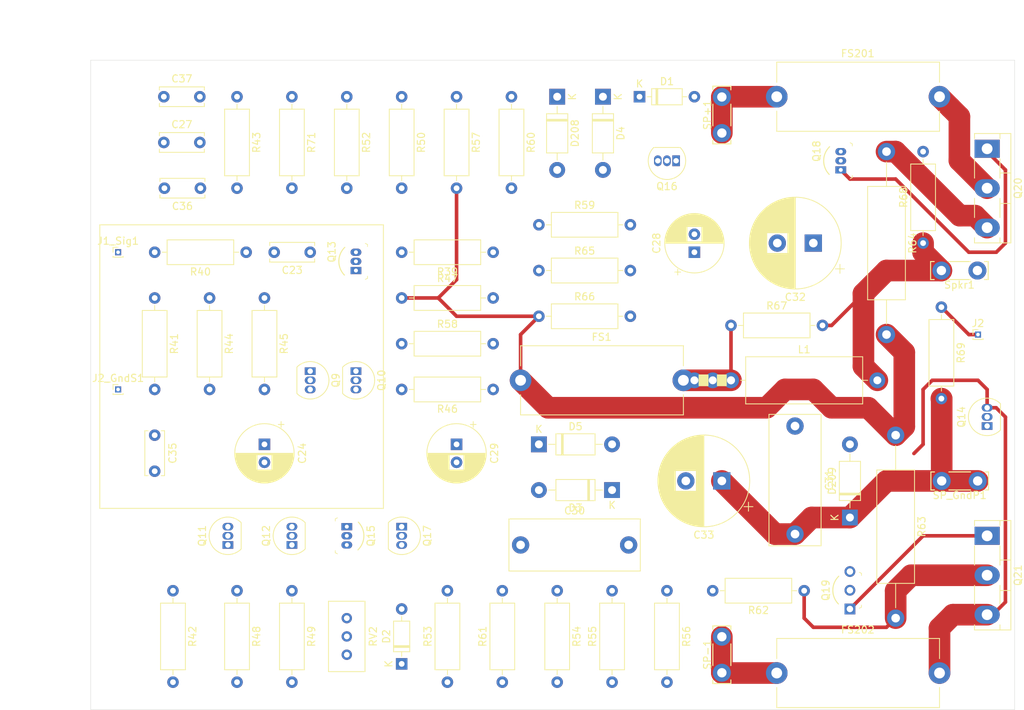
<source format=kicad_pcb>
(kicad_pcb (version 20171130) (host pcbnew 5.1.5-1.fc31)
  (layers (0 F.Cu signal) (31 B.Cu signal) (34 B.Paste user) (35 F.Paste user) (36 B.SilkS user) (37 F.SilkS user) (38 B.Mask user) (39 F.Mask user) (44 Edge.Cuts user))
  (net 0 "")
  (net 1 "Net-(C23-Pad1)")
  (net 2 "Net-(C24-Pad2)")
  (net 3 "Net-(C27-Pad1)")
  (net 4 "Net-(C28-Pad1)")
  (net 5 "Net-(C28-Pad2)")
  (net 6 "Net-(C29-Pad2)")
  (net 7 "Net-(C30-Pad1)")
  (net 8 "Net-(C30-Pad2)")
  (net 9 "Net-(C31-Pad1)")
  (net 10 "Net-(C36-Pad2)")
  (net 11 "Net-(C36-Pad1)")
  (net 12 "Net-(D1-Pad1)")
  (net 13 "Net-(D2-Pad1)")
  (net 14 "Net-(D2-Pad2)")
  (net 15 "Net-(J2-Pad1)")
  (net 16 "Net-(Q10-Pad3)")
  (net 17 "Net-(Q10-Pad2)")
  (net 18 "Net-(Q11-Pad2)")
  (net 19 "Net-(Q11-Pad3)")
  (net 20 "Net-(Q14-Pad2)")
  (net 21 "Net-(Q14-Pad1)")
  (net 22 "Net-(Q16-Pad2)")
  (net 23 "Net-(Q17-Pad2)")
  (net 24 "Net-(Q18-Pad1)")
  (net 25 "Net-(Q20-Pad3)")
  (net 26 "Net-(R39-Pad1)")
  (net 27 "Net-(R49-Pad2)")
  (net 28 "Net-(Q19-Pad1)")
  (net 29 GNDS)
  (net 30 GNDPWR)
  (net 31 "Net-(C32-Pad1)")
  (net 32 "Net-(C33-Pad2)")
  (net 33 "Net-(FS1-Pad2)")
  (net 34 "Net-(Q13-Pad3)")
  (net 35 "Net-(J1_Sig1-Pad1)")
  (net 36 "Net-(L1-Pad2)")
  (net 37 "Net-(FS201-Pad1)")
  (net 38 "Net-(FS202-Pad1)")
  (module digikey-footprints:TO-92-3 (layer F.Cu) (at 125.73 80.01 90)
    (fp_text reference Q13 (at 2.6 -3.35 90) (layer F.SilkS))
    (fp_text value ZTX753)
    (pad 2 thru_hole oval (at 1.27 0 270) (size 1 1.5) (drill 0.55) (layers *.Cu *.Mask) (net 10 "Net-(C36-Pad2)"))
    (pad 3 thru_hole oval (at 2.54 0 270) (size 1 1.5) (drill 0.55) (layers *.Cu *.Mask) (net 34 "Net-(Q13-Pad3)"))
    (pad 1 thru_hole rect (at 0 0 270) (size 1 1.5) (drill 0.55) (layers *.Cu *.Mask) (net 3 "Net-(C27-Pad1)"))
  )
  (module digikey-footprints:TO-92-3 (layer F.Cu) (at 124.46 115.57 270)
    (fp_text reference Q15 (at 1.27 -3.35 90) (layer F.SilkS))
    (fp_text value ZTX653)
    (pad 1 thru_hole rect (at 0 0 90) (size 1 1.5) (drill 0.55) (layers *.Cu *.Mask) (net 20 "Net-(Q14-Pad2)"))
    (pad 3 thru_hole oval (at 2.54 0 90) (size 1 1.5) (drill 0.55) (layers *.Cu *.Mask) (net 13 "Net-(D2-Pad1)"))
    (pad 2 thru_hole oval (at 1.27 0 90) (size 1 1.5) (drill 0.55) (layers *.Cu *.Mask) (net 21 "Net-(Q14-Pad1)"))
  )
  (module digikey-footprints:TO-92-3 (layer F.Cu) (at 193.04 66.04 90)
    (fp_text reference Q18 (at 2.6 -3.35 90) (layer F.SilkS))
    (fp_text value ZTX653)
    (pad 1 thru_hole rect (at 0 0 270) (size 1 1.5) (drill 0.55) (layers *.Cu *.Mask) (net 24 "Net-(Q18-Pad1)"))
    (pad 3 thru_hole oval (at 2.54 0 270) (size 1 1.5) (drill 0.55) (layers *.Cu *.Mask) (net 31 "Net-(C32-Pad1)"))
    (pad 2 thru_hole oval (at 1.27 0 270) (size 1 1.5) (drill 0.55) (layers *.Cu *.Mask) (net 3 "Net-(C27-Pad1)"))
  )
  (module MountingHole:MountingHole_3.5mm (layer F.Cu) (at 213.36 54.61)
    (fp_text reference H4 hide)
    (fp_text value MountingHole hide)
    (pad 1 np_thru_hole circle (at 0 0) (size 3.5 3.5) (drill 3.5) (layers *.Cu *.Mask))
  )
  (module MountingHole:MountingHole_3.5mm (layer F.Cu) (at 213.36 137.16)
    (fp_text reference H3 hide)
    (fp_text value MountingHole hide)
    (pad 1 np_thru_hole circle (at 0 0) (size 3.5 3.5) (drill 3.5) (layers *.Cu *.Mask))
  )
  (module MountingHole:MountingHole_3.5mm (layer F.Cu) (at 92.71 137.16)
    (fp_text reference H2 hide)
    (fp_text value MountingHole hide)
    (pad 1 np_thru_hole circle (at 0 0) (size 3.5 3.5) (drill 3.5) (layers *.Cu *.Mask))
  )
  (module MountingHole:MountingHole_3.5mm (layer F.Cu) (at 92.71 54.61)
    (fp_text reference H1 hide)
    (fp_text value MountingHole hide)
    (pad 1 np_thru_hole circle (at 0 0) (size 3.5 3.5) (drill 3.5) (layers *.Cu *.Mask))
  )
  (module Capacitor_THT:C_Disc_D6.0mm_W2.5mm_P5.00mm (layer F.Cu) (at 119.38 77.47 180)
    (fp_text reference C23 (at 2.5 -2.5) (layer F.SilkS))
    (fp_text value 470p)
    (pad 2 thru_hole circle (at 5 0 180) (size 1.6 1.6) (drill 0.8) (layers *.Cu *.Mask) (net 29 GNDS))
    (pad 1 thru_hole circle (at 0 0 180) (size 1.6 1.6) (drill 0.8) (layers *.Cu *.Mask) (net 1 "Net-(C23-Pad1)"))
  )
  (module Capacitor_THT:CP_Radial_D8.0mm_P2.50mm (layer F.Cu) (at 113.03 104.14 270)
    (fp_text reference C24 (at 1.25 -5.25 90) (layer F.SilkS))
    (fp_text value "47uF 10v")
    (pad 2 thru_hole circle (at 2.5 0 270) (size 1.6 1.6) (drill 0.8) (layers *.Cu *.Mask) (net 2 "Net-(C24-Pad2)"))
    (pad 1 thru_hole rect (at 0 0 270) (size 1.6 1.6) (drill 0.8) (layers *.Cu *.Mask) (net 29 GNDS))
  )
  (module Capacitor_THT:C_Disc_D6.0mm_W2.5mm_P5.00mm (layer F.Cu) (at 99.06 62.23)
    (fp_text reference C27 (at 2.5 -2.5) (layer F.SilkS))
    (fp_text value 470p)
    (pad 1 thru_hole circle (at 0 0) (size 1.6 1.6) (drill 0.8) (layers *.Cu *.Mask) (net 3 "Net-(C27-Pad1)"))
    (pad 2 thru_hole circle (at 5 0) (size 1.6 1.6) (drill 0.8) (layers *.Cu *.Mask) (net 30 GNDPWR))
  )
  (module Capacitor_THT:CP_Radial_D8.0mm_P2.50mm (layer F.Cu) (at 172.72 77.47 90)
    (fp_text reference C28 (at 1.25 -5.25 90) (layer F.SilkS))
    (fp_text value 47uF/10v)
    (pad 1 thru_hole rect (at 0 0 90) (size 1.6 1.6) (drill 0.8) (layers *.Cu *.Mask) (net 4 "Net-(C28-Pad1)"))
    (pad 2 thru_hole circle (at 2.5 0 90) (size 1.6 1.6) (drill 0.8) (layers *.Cu *.Mask) (net 5 "Net-(C28-Pad2)"))
  )
  (module Capacitor_THT:CP_Radial_D8.0mm_P2.50mm (layer F.Cu) (at 139.7 104.14 270)
    (fp_text reference C29 (at 1.25 -5.25 90) (layer F.SilkS))
    (fp_text value 47uF/10v)
    (pad 1 thru_hole rect (at 0 0 270) (size 1.6 1.6) (drill 0.8) (layers *.Cu *.Mask) (net 5 "Net-(C28-Pad2)"))
    (pad 2 thru_hole circle (at 2.5 0 270) (size 1.6 1.6) (drill 0.8) (layers *.Cu *.Mask) (net 6 "Net-(C29-Pad2)"))
  )
  (module Capacitor_THT:C_Rect_L18.0mm_W7.0mm_P15.00mm_FKS3_FKP3 (layer F.Cu) (at 148.59 118.11)
    (fp_text reference C30 (at 7.5 -4.75) (layer F.SilkS))
    (fp_text value 100n)
    (pad 1 thru_hole circle (at 0 0) (size 2.4 2.4) (drill 1.2) (layers *.Cu *.Mask) (net 7 "Net-(C30-Pad1)"))
    (pad 2 thru_hole circle (at 15 0) (size 2.4 2.4) (drill 1.2) (layers *.Cu *.Mask) (net 8 "Net-(C30-Pad2)"))
  )
  (module Capacitor_THT:C_Rect_L18.0mm_W7.0mm_P15.00mm_FKS3_FKP3 (layer F.Cu) (at 186.69 101.6 270)
    (fp_text reference C31 (at 7.5 -4.75 90) (layer F.SilkS))
    (fp_text value 100n)
    (pad 2 thru_hole circle (at 15 0 270) (size 2.4 2.4) (drill 1.2) (layers *.Cu *.Mask) (net 30 GNDPWR))
    (pad 1 thru_hole circle (at 0 0 270) (size 2.4 2.4) (drill 1.2) (layers *.Cu *.Mask) (net 9 "Net-(C31-Pad1)"))
  )
  (module Capacitor_THT:CP_Radial_D12.5mm_P5.00mm (layer F.Cu) (at 189.23 76.2 180)
    (fp_text reference C32 (at 2.5 -7.5) (layer F.SilkS))
    (fp_text value 22uF/63v)
    (pad 2 thru_hole circle (at 5 0 180) (size 2.4 2.4) (drill 1.2) (layers *.Cu *.Mask) (net 30 GNDPWR))
    (pad 1 thru_hole rect (at 0 0 180) (size 2.4 2.4) (drill 1.2) (layers *.Cu *.Mask) (net 31 "Net-(C32-Pad1)"))
  )
  (module Capacitor_THT:CP_Radial_D12.5mm_P5.00mm (layer F.Cu) (at 176.53 109.22 180)
    (fp_text reference C33 (at 2.5 -7.5) (layer F.SilkS))
    (fp_text value 22uF/63v)
    (pad 1 thru_hole rect (at 0 0 180) (size 2.4 2.4) (drill 1.2) (layers *.Cu *.Mask) (net 30 GNDPWR))
    (pad 2 thru_hole circle (at 5 0 180) (size 2.4 2.4) (drill 1.2) (layers *.Cu *.Mask) (net 32 "Net-(C33-Pad2)"))
  )
  (module Capacitor_THT:C_Disc_D6.0mm_W2.5mm_P5.00mm (layer F.Cu) (at 104.14 68.58 180)
    (fp_text reference C36 (at 2.5 -2.5) (layer F.SilkS))
    (fp_text value 470p)
    (pad 2 thru_hole circle (at 5 0 180) (size 1.6 1.6) (drill 0.8) (layers *.Cu *.Mask) (net 10 "Net-(C36-Pad2)"))
    (pad 1 thru_hole circle (at 0 0 180) (size 1.6 1.6) (drill 0.8) (layers *.Cu *.Mask) (net 11 "Net-(C36-Pad1)"))
  )
  (module Capacitor_THT:C_Disc_D6.0mm_W2.5mm_P5.00mm (layer F.Cu) (at 99.06 55.88)
    (fp_text reference C37 (at 2.5 -2.5) (layer F.SilkS))
    (fp_text value 10n)
    (pad 1 thru_hole circle (at 0 0) (size 1.6 1.6) (drill 0.8) (layers *.Cu *.Mask) (net 31 "Net-(C32-Pad1)"))
    (pad 2 thru_hole circle (at 5 0) (size 1.6 1.6) (drill 0.8) (layers *.Cu *.Mask) (net 30 GNDPWR))
  )
  (module Diode_THT:D_DO-35_SOD27_P7.62mm_Horizontal (layer F.Cu) (at 165.1 55.88)
    (fp_text reference D1 (at 3.81 -2.12) (layer F.SilkS))
    (fp_text value 1N4148)
    (fp_text user K (at 0 -1.8) (layer F.SilkS))
    (pad 2 thru_hole oval (at 7.62 0) (size 1.6 1.6) (drill 0.8) (layers *.Cu *.Mask) (net 3 "Net-(C27-Pad1)"))
    (pad 1 thru_hole rect (at 0 0) (size 1.6 1.6) (drill 0.8) (layers *.Cu *.Mask) (net 12 "Net-(D1-Pad1)"))
  )
  (module Diode_THT:D_DO-35_SOD27_P7.62mm_Horizontal (layer F.Cu) (at 132.08 134.62 90)
    (fp_text reference D2 (at 3.81 -2.12 90) (layer F.SilkS))
    (fp_text value 1N4148)
    (fp_text user K (at 0 -1.8 90) (layer F.SilkS))
    (pad 1 thru_hole rect (at 0 0 90) (size 1.6 1.6) (drill 0.8) (layers *.Cu *.Mask) (net 13 "Net-(D2-Pad1)"))
    (pad 2 thru_hole oval (at 7.62 0 90) (size 1.6 1.6) (drill 0.8) (layers *.Cu *.Mask) (net 14 "Net-(D2-Pad2)"))
  )
  (module Diode_THT:D_DO-41_SOD81_P10.16mm_Horizontal (layer F.Cu) (at 161.29 110.49 180)
    (fp_text reference D3 (at 5.08 -2.47) (layer F.SilkS))
    (fp_text value 1N4002)
    (fp_text user K (at 0 -2.1) (layer F.SilkS))
    (pad 1 thru_hole rect (at 0 0 180) (size 2.2 2.2) (drill 1.1) (layers *.Cu *.Mask) (net 7 "Net-(C30-Pad1)"))
    (pad 2 thru_hole oval (at 10.16 0 180) (size 2.2 2.2) (drill 1.1) (layers *.Cu *.Mask) (net 8 "Net-(C30-Pad2)"))
  )
  (module Diode_THT:D_DO-41_SOD81_P10.16mm_Horizontal (layer F.Cu) (at 160.02 55.88 270)
    (fp_text reference D4 (at 5.08 -2.47 90) (layer F.SilkS))
    (fp_text value 1N4002)
    (fp_text user K (at 0 -2.1 90) (layer F.SilkS))
    (pad 1 thru_hole rect (at 0 0 270) (size 2.2 2.2) (drill 1.1) (layers *.Cu *.Mask) (net 31 "Net-(C32-Pad1)"))
    (pad 2 thru_hole oval (at 10.16 0 270) (size 2.2 2.2) (drill 1.1) (layers *.Cu *.Mask) (net 5 "Net-(C28-Pad2)"))
  )
  (module Diode_THT:D_DO-41_SOD81_P10.16mm_Horizontal (layer F.Cu) (at 151.13 104.14)
    (fp_text reference D5 (at 5.08 -2.47) (layer F.SilkS))
    (fp_text value 1N4002)
    (fp_text user K (at 0 -2.1) (layer F.SilkS))
    (pad 2 thru_hole oval (at 10.16 0) (size 2.2 2.2) (drill 1.1) (layers *.Cu *.Mask) (net 32 "Net-(C33-Pad2)"))
    (pad 1 thru_hole rect (at 0 0) (size 2.2 2.2) (drill 1.1) (layers *.Cu *.Mask) (net 5 "Net-(C28-Pad2)"))
  )
  (module Diode_THT:D_DO-41_SOD81_P10.16mm_Horizontal (layer F.Cu) (at 153.67 55.88 270)
    (fp_text reference D208 (at 5.08 -2.47 90) (layer F.SilkS))
    (fp_text value 1N4002)
    (fp_text user K (at 0 -2.1 90) (layer F.SilkS))
    (pad 2 thru_hole oval (at 10.16 0 270) (size 2.2 2.2) (drill 1.1) (layers *.Cu *.Mask) (net 30 GNDPWR))
    (pad 1 thru_hole rect (at 0 0 270) (size 2.2 2.2) (drill 1.1) (layers *.Cu *.Mask) (net 31 "Net-(C32-Pad1)"))
  )
  (module Diode_THT:D_DO-41_SOD81_P10.16mm_Horizontal (layer F.Cu) (at 194.31 114.3 90)
    (fp_text reference D209 (at 5.08 -2.47 90) (layer F.SilkS))
    (fp_text value 1N4002)
    (fp_text user K (at 0 -2.1 90) (layer F.SilkS))
    (pad 1 thru_hole rect (at 0 0 90) (size 2.2 2.2) (drill 1.1) (layers *.Cu *.Mask) (net 30 GNDPWR))
    (pad 2 thru_hole oval (at 10.16 0 90) (size 2.2 2.2) (drill 1.1) (layers *.Cu *.Mask) (net 32 "Net-(C33-Pad2)"))
  )
  (module Connector_PinHeader_1.00mm:PinHeader_1x01_P1.00mm_Vertical (layer F.Cu) (at 212.09 88.9)
    (fp_text reference J2 (at 0 -1.56) (layer F.SilkS))
    (fp_text value J_HP+)
    (pad 1 thru_hole rect (at 0 0) (size 0.85 0.85) (drill 0.5) (layers *.Cu *.Mask) (net 15 "Net-(J2-Pad1)"))
  )
  (module Inductor_THT:L_Axial_L16.0mm_D6.3mm_P20.32mm_Horizontal_Fastron_VHBCC (layer F.Cu) (at 177.8 95.25)
    (fp_text reference L1 (at 10.16 -4.27) (layer F.SilkS))
    (fp_text value 2u2L)
    (pad 1 thru_hole circle (at 0 0) (size 2.2 2.2) (drill 1.1) (layers *.Cu *.Mask) (net 33 "Net-(FS1-Pad2)"))
    (pad 2 thru_hole oval (at 20.32 0) (size 2.2 2.2) (drill 1.1) (layers *.Cu *.Mask) (net 36 "Net-(L1-Pad2)"))
  )
  (module Package_TO_SOT_THT:TO-218-3_Vertical (layer F.Cu) (at 213.36 116.84 270)
    (fp_text reference Q21 (at 5.475 -4.29 90) (layer F.SilkS))
    (fp_text value TIP3055)
    (pad 3 thru_hole oval (at 10.95 0 270) (size 2.5 3.5) (drill 1.5) (layers *.Cu *.Mask) (net 32 "Net-(C33-Pad2)"))
    (pad 2 thru_hole oval (at 5.475 0 270) (size 2.5 3.5) (drill 1.5) (layers *.Cu *.Mask) (net 8 "Net-(C30-Pad2)"))
    (pad 1 thru_hole rect (at 0 0 270) (size 2.5 3.5) (drill 1.5) (layers *.Cu *.Mask) (net 28 "Net-(Q19-Pad1)"))
  )
  (module Package_TO_SOT_THT:TO-92_Inline (layer F.Cu) (at 119.38 93.98 270)
    (fp_text reference Q9 (at 1.27 -3.56 90) (layer F.SilkS))
    (fp_text value BC547)
    (pad 1 thru_hole rect (at 0 0 270) (size 1.05 1.5) (drill 0.75) (layers *.Cu *.Mask) (net 10 "Net-(C36-Pad2)"))
    (pad 3 thru_hole oval (at 2.54 0 270) (size 1.05 1.5) (drill 0.75) (layers *.Cu *.Mask) (net 16 "Net-(Q10-Pad3)"))
    (pad 2 thru_hole oval (at 1.27 0 270) (size 1.05 1.5) (drill 0.75) (layers *.Cu *.Mask) (net 1 "Net-(C23-Pad1)"))
  )
  (module Package_TO_SOT_THT:TO-92_Inline (layer F.Cu) (at 125.73 93.98 270)
    (fp_text reference Q10 (at 1.27 -3.56 90) (layer F.SilkS))
    (fp_text value BC547)
    (pad 1 thru_hole rect (at 0 0 270) (size 1.05 1.5) (drill 0.75) (layers *.Cu *.Mask) (net 31 "Net-(C32-Pad1)"))
    (pad 3 thru_hole oval (at 2.54 0 270) (size 1.05 1.5) (drill 0.75) (layers *.Cu *.Mask) (net 16 "Net-(Q10-Pad3)"))
    (pad 2 thru_hole oval (at 1.27 0 270) (size 1.05 1.5) (drill 0.75) (layers *.Cu *.Mask) (net 17 "Net-(Q10-Pad2)"))
  )
  (module Package_TO_SOT_THT:TO-92_Inline (layer F.Cu) (at 107.95 118.11 90)
    (fp_text reference Q11 (at 1.27 -3.56 90) (layer F.SilkS))
    (fp_text value BC547)
    (pad 2 thru_hole oval (at 1.27 0 90) (size 1.05 1.5) (drill 0.75) (layers *.Cu *.Mask) (net 18 "Net-(Q11-Pad2)"))
    (pad 3 thru_hole oval (at 2.54 0 90) (size 1.05 1.5) (drill 0.75) (layers *.Cu *.Mask) (net 19 "Net-(Q11-Pad3)"))
    (pad 1 thru_hole rect (at 0 0 90) (size 1.05 1.5) (drill 0.75) (layers *.Cu *.Mask) (net 16 "Net-(Q10-Pad3)"))
  )
  (module Package_TO_SOT_THT:TO-92_Inline (layer F.Cu) (at 116.84 118.11 90)
    (fp_text reference Q12 (at 1.27 -3.56 90) (layer F.SilkS))
    (fp_text value BC547)
    (pad 1 thru_hole rect (at 0 0 90) (size 1.05 1.5) (drill 0.75) (layers *.Cu *.Mask) (net 18 "Net-(Q11-Pad2)"))
    (pad 3 thru_hole oval (at 2.54 0 90) (size 1.05 1.5) (drill 0.75) (layers *.Cu *.Mask) (net 32 "Net-(C33-Pad2)"))
    (pad 2 thru_hole oval (at 1.27 0 90) (size 1.05 1.5) (drill 0.75) (layers *.Cu *.Mask) (net 19 "Net-(Q11-Pad3)"))
  )
  (module Package_TO_SOT_THT:TO-92_Inline (layer F.Cu) (at 213.36 101.6 90)
    (fp_text reference Q14 (at 1.27 -3.56 90) (layer F.SilkS))
    (fp_text value BC547)
    (pad 2 thru_hole oval (at 1.27 0 90) (size 1.05 1.5) (drill 0.75) (layers *.Cu *.Mask) (net 20 "Net-(Q14-Pad2)"))
    (pad 3 thru_hole oval (at 2.54 0 90) (size 1.05 1.5) (drill 0.75) (layers *.Cu *.Mask) (net 32 "Net-(C33-Pad2)"))
    (pad 1 thru_hole rect (at 0 0 90) (size 1.05 1.5) (drill 0.75) (layers *.Cu *.Mask) (net 21 "Net-(Q14-Pad1)"))
  )
  (module Package_TO_SOT_THT:TO-92_Inline (layer F.Cu) (at 170.18 64.77 180)
    (fp_text reference Q16 (at 1.27 -3.56) (layer F.SilkS))
    (fp_text value BC547)
    (pad 2 thru_hole oval (at 1.27 0 180) (size 1.05 1.5) (drill 0.75) (layers *.Cu *.Mask) (net 22 "Net-(Q16-Pad2)"))
    (pad 3 thru_hole oval (at 2.54 0 180) (size 1.05 1.5) (drill 0.75) (layers *.Cu *.Mask) (net 5 "Net-(C28-Pad2)"))
    (pad 1 thru_hole rect (at 0 0 180) (size 1.05 1.5) (drill 0.75) (layers *.Cu *.Mask) (net 12 "Net-(D1-Pad1)"))
  )
  (module Package_TO_SOT_THT:TO-92_Inline (layer F.Cu) (at 132.08 115.57 270)
    (fp_text reference Q17 (at 1.27 -3.56 90) (layer F.SilkS))
    (fp_text value BC557)
    (pad 2 thru_hole oval (at 1.27 0 270) (size 1.05 1.5) (drill 0.75) (layers *.Cu *.Mask) (net 23 "Net-(Q17-Pad2)"))
    (pad 3 thru_hole oval (at 2.54 0 270) (size 1.05 1.5) (drill 0.75) (layers *.Cu *.Mask) (net 5 "Net-(C28-Pad2)"))
    (pad 1 thru_hole rect (at 0 0 270) (size 1.05 1.5) (drill 0.75) (layers *.Cu *.Mask) (net 14 "Net-(D2-Pad2)"))
  )
  (module Package_TO_SOT_THT:TO-218-3_Vertical (layer F.Cu) (at 213.36 63.105 270)
    (fp_text reference Q20 (at 5.475 -4.29 90) (layer F.SilkS))
    (fp_text value TIP3055)
    (pad 1 thru_hole rect (at 0 0 270) (size 2.5 3.5) (drill 1.5) (layers *.Cu *.Mask) (net 24 "Net-(Q18-Pad1)"))
    (pad 2 thru_hole oval (at 5.475 0 270) (size 2.5 3.5) (drill 1.5) (layers *.Cu *.Mask) (net 31 "Net-(C32-Pad1)"))
    (pad 3 thru_hole oval (at 10.95 0 270) (size 2.5 3.5) (drill 1.5) (layers *.Cu *.Mask) (net 25 "Net-(Q20-Pad3)"))
  )
  (module Resistor_THT:R_Axial_DIN0309_L9.0mm_D3.2mm_P12.70mm_Horizontal (layer F.Cu) (at 144.78 77.47 180)
    (fp_text reference R39 (at 6.35 -2.72) (layer F.SilkS))
    (fp_text value 2K7)
    (pad 2 thru_hole oval (at 12.7 0 180) (size 1.6 1.6) (drill 0.8) (layers *.Cu *.Mask) (net 17 "Net-(Q10-Pad2)"))
    (pad 1 thru_hole circle (at 0 0 180) (size 1.6 1.6) (drill 0.8) (layers *.Cu *.Mask) (net 26 "Net-(R39-Pad1)"))
  )
  (module Resistor_THT:R_Axial_DIN0309_L9.0mm_D3.2mm_P12.70mm_Horizontal (layer F.Cu) (at 110.49 77.47 180)
    (fp_text reference R40 (at 6.35 -2.72) (layer F.SilkS))
    (fp_text value 2K7)
    (pad 2 thru_hole oval (at 12.7 0 180) (size 1.6 1.6) (drill 0.8) (layers *.Cu *.Mask) (net 35 "Net-(J1_Sig1-Pad1)"))
    (pad 1 thru_hole circle (at 0 0 180) (size 1.6 1.6) (drill 0.8) (layers *.Cu *.Mask) (net 1 "Net-(C23-Pad1)"))
  )
  (module Resistor_THT:R_Axial_DIN0309_L9.0mm_D3.2mm_P12.70mm_Horizontal (layer F.Cu) (at 97.79 83.82 270)
    (fp_text reference R41 (at 6.35 -2.72 90) (layer F.SilkS))
    (fp_text value 15K)
    (pad 1 thru_hole circle (at 0 0 270) (size 1.6 1.6) (drill 0.8) (layers *.Cu *.Mask) (net 35 "Net-(J1_Sig1-Pad1)"))
    (pad 2 thru_hole oval (at 12.7 0 270) (size 1.6 1.6) (drill 0.8) (layers *.Cu *.Mask) (net 29 GNDS))
  )
  (module Resistor_THT:R_Axial_DIN0309_L9.0mm_D3.2mm_P12.70mm_Horizontal (layer F.Cu) (at 100.33 124.46 270)
    (fp_text reference R42 (at 6.35 -2.72 90) (layer F.SilkS))
    (fp_text value 470R)
    (pad 1 thru_hole circle (at 0 0 270) (size 1.6 1.6) (drill 0.8) (layers *.Cu *.Mask) (net 19 "Net-(Q11-Pad3)"))
    (pad 2 thru_hole oval (at 12.7 0 270) (size 1.6 1.6) (drill 0.8) (layers *.Cu *.Mask) (net 32 "Net-(C33-Pad2)"))
  )
  (module Resistor_THT:R_Axial_DIN0309_L9.0mm_D3.2mm_P12.70mm_Horizontal (layer F.Cu) (at 109.22 55.88 270)
    (fp_text reference R43 (at 6.35 -2.72 90) (layer F.SilkS))
    (fp_text value 2K7)
    (pad 1 thru_hole circle (at 0 0 270) (size 1.6 1.6) (drill 0.8) (layers *.Cu *.Mask) (net 31 "Net-(C32-Pad1)"))
    (pad 2 thru_hole oval (at 12.7 0 270) (size 1.6 1.6) (drill 0.8) (layers *.Cu *.Mask) (net 10 "Net-(C36-Pad2)"))
  )
  (module Resistor_THT:R_Axial_DIN0309_L9.0mm_D3.2mm_P12.70mm_Horizontal (layer F.Cu) (at 105.41 83.82 270)
    (fp_text reference R44 (at 6.35 -2.72 90) (layer F.SilkS))
    (fp_text value 56K)
    (pad 2 thru_hole oval (at 12.7 0 270) (size 1.6 1.6) (drill 0.8) (layers *.Cu *.Mask) (net 18 "Net-(Q11-Pad2)"))
    (pad 1 thru_hole circle (at 0 0 270) (size 1.6 1.6) (drill 0.8) (layers *.Cu *.Mask) (net 29 GNDS))
  )
  (module Resistor_THT:R_Axial_DIN0309_L9.0mm_D3.2mm_P12.70mm_Horizontal (layer F.Cu) (at 113.03 83.82 270)
    (fp_text reference R45 (at 6.35 -2.72 90) (layer F.SilkS))
    (fp_text value 10K)
    (pad 1 thru_hole circle (at 0 0 270) (size 1.6 1.6) (drill 0.8) (layers *.Cu *.Mask) (net 29 GNDS))
    (pad 2 thru_hole oval (at 12.7 0 270) (size 1.6 1.6) (drill 0.8) (layers *.Cu *.Mask) (net 21 "Net-(Q14-Pad1)"))
  )
  (module Resistor_THT:R_Axial_DIN0309_L9.0mm_D3.2mm_P12.70mm_Horizontal (layer F.Cu) (at 144.78 96.52 180)
    (fp_text reference R46 (at 6.35 -2.72) (layer F.SilkS))
    (fp_text value 470R)
    (pad 2 thru_hole oval (at 12.7 0 180) (size 1.6 1.6) (drill 0.8) (layers *.Cu *.Mask) (net 2 "Net-(C24-Pad2)"))
    (pad 1 thru_hole circle (at 0 0 180) (size 1.6 1.6) (drill 0.8) (layers *.Cu *.Mask) (net 26 "Net-(R39-Pad1)"))
  )
  (module Resistor_THT:R_Axial_DIN0309_L9.0mm_D3.2mm_P12.70mm_Horizontal (layer F.Cu) (at 132.08 83.82)
    (fp_text reference R47 (at 6.35 -2.72) (layer F.SilkS))
    (fp_text value 15K)
    (pad 1 thru_hole circle (at 0 0) (size 1.6 1.6) (drill 0.8) (layers *.Cu *.Mask) (net 5 "Net-(C28-Pad2)"))
    (pad 2 thru_hole oval (at 12.7 0) (size 1.6 1.6) (drill 0.8) (layers *.Cu *.Mask) (net 26 "Net-(R39-Pad1)"))
  )
  (module Resistor_THT:R_Axial_DIN0309_L9.0mm_D3.2mm_P12.70mm_Horizontal (layer F.Cu) (at 109.22 124.46 270)
    (fp_text reference R48 (at 6.35 -2.72 90) (layer F.SilkS))
    (fp_text value 82R)
    (pad 2 thru_hole oval (at 12.7 0 270) (size 1.6 1.6) (drill 0.8) (layers *.Cu *.Mask) (net 32 "Net-(C33-Pad2)"))
    (pad 1 thru_hole circle (at 0 0 270) (size 1.6 1.6) (drill 0.8) (layers *.Cu *.Mask) (net 20 "Net-(Q14-Pad2)"))
  )
  (module Resistor_THT:R_Axial_DIN0309_L9.0mm_D3.2mm_P12.70mm_Horizontal (layer F.Cu) (at 116.84 124.46 270)
    (fp_text reference R49 (at 6.35 -2.72 90) (layer F.SilkS))
    (fp_text value 120R)
    (pad 1 thru_hole circle (at 0 0 270) (size 1.6 1.6) (drill 0.8) (layers *.Cu *.Mask) (net 20 "Net-(Q14-Pad2)"))
    (pad 2 thru_hole oval (at 12.7 0 270) (size 1.6 1.6) (drill 0.8) (layers *.Cu *.Mask) (net 27 "Net-(R49-Pad2)"))
  )
  (module Resistor_THT:R_Axial_DIN0309_L9.0mm_D3.2mm_P12.70mm_Horizontal (layer F.Cu) (at 132.08 55.88 270)
    (fp_text reference R50 (at 6.35 -2.72 90) (layer F.SilkS))
    (fp_text value 220R)
    (pad 2 thru_hole oval (at 12.7 0 270) (size 1.6 1.6) (drill 0.8) (layers *.Cu *.Mask) (net 13 "Net-(D2-Pad1)"))
    (pad 1 thru_hole circle (at 0 0 270) (size 1.6 1.6) (drill 0.8) (layers *.Cu *.Mask) (net 3 "Net-(C27-Pad1)"))
  )
  (module Resistor_THT:R_Axial_DIN0309_L9.0mm_D3.2mm_P12.70mm_Horizontal (layer F.Cu) (at 124.46 55.88 270)
    (fp_text reference R52 (at 6.35 -2.72 90) (layer F.SilkS))
    (fp_text value 100R)
    (pad 2 thru_hole oval (at 12.7 0 270) (size 1.6 1.6) (drill 0.8) (layers *.Cu *.Mask) (net 34 "Net-(Q13-Pad3)"))
    (pad 1 thru_hole circle (at 0 0 270) (size 1.6 1.6) (drill 0.8) (layers *.Cu *.Mask) (net 31 "Net-(C32-Pad1)"))
  )
  (module Resistor_THT:R_Axial_DIN0309_L9.0mm_D3.2mm_P12.70mm_Horizontal (layer F.Cu) (at 153.67 124.46 270)
    (fp_text reference R54 (at 6.35 -2.72 90) (layer F.SilkS))
    (fp_text value 120R)
    (pad 1 thru_hole circle (at 0 0 270) (size 1.6 1.6) (drill 0.8) (layers *.Cu *.Mask) (net 5 "Net-(C28-Pad2)"))
    (pad 2 thru_hole oval (at 12.7 0 270) (size 1.6 1.6) (drill 0.8) (layers *.Cu *.Mask) (net 23 "Net-(Q17-Pad2)"))
  )
  (module Resistor_THT:R_Axial_DIN0309_L9.0mm_D3.2mm_P12.70mm_Horizontal (layer F.Cu) (at 161.29 137.16 90)
    (fp_text reference R55 (at 6.35 -2.72 90) (layer F.SilkS))
    (fp_text value 120R)
    (pad 1 thru_hole circle (at 0 0 90) (size 1.6 1.6) (drill 0.8) (layers *.Cu *.Mask) (net 23 "Net-(Q17-Pad2)"))
    (pad 2 thru_hole oval (at 12.7 0 90) (size 1.6 1.6) (drill 0.8) (layers *.Cu *.Mask) (net 8 "Net-(C30-Pad2)"))
  )
  (module Resistor_THT:R_Axial_DIN0309_L9.0mm_D3.2mm_P12.70mm_Horizontal (layer F.Cu) (at 168.91 124.46 270)
    (fp_text reference R56 (at 6.35 -2.72 90) (layer F.SilkS))
    (fp_text value 82R)
    (pad 2 thru_hole oval (at 12.7 0 270) (size 1.6 1.6) (drill 0.8) (layers *.Cu *.Mask) (net 23 "Net-(Q17-Pad2)"))
    (pad 1 thru_hole circle (at 0 0 270) (size 1.6 1.6) (drill 0.8) (layers *.Cu *.Mask) (net 6 "Net-(C29-Pad2)"))
  )
  (module Resistor_THT:R_Axial_DIN0309_L9.0mm_D3.2mm_P12.70mm_Horizontal (layer F.Cu) (at 139.7 55.88 270)
    (fp_text reference R57 (at 6.35 -2.72 90) (layer F.SilkS))
    (fp_text value 120R)
    (pad 1 thru_hole circle (at 0 0 270) (size 1.6 1.6) (drill 0.8) (layers *.Cu *.Mask) (net 22 "Net-(Q16-Pad2)"))
    (pad 2 thru_hole oval (at 12.7 0 270) (size 1.6 1.6) (drill 0.8) (layers *.Cu *.Mask) (net 5 "Net-(C28-Pad2)"))
  )
  (module Resistor_THT:R_Axial_DIN0309_L9.0mm_D3.2mm_P12.70mm_Horizontal (layer F.Cu) (at 132.08 90.17)
    (fp_text reference R58 (at 6.35 -2.72) (layer F.SilkS))
    (fp_text value 82R)
    (pad 2 thru_hole oval (at 12.7 0) (size 1.6 1.6) (drill 0.8) (layers *.Cu *.Mask) (net 4 "Net-(C28-Pad1)"))
    (pad 1 thru_hole circle (at 0 0) (size 1.6 1.6) (drill 0.8) (layers *.Cu *.Mask) (net 22 "Net-(Q16-Pad2)"))
  )
  (module Resistor_THT:R_Axial_DIN0309_L9.0mm_D3.2mm_P12.70mm_Horizontal (layer F.Cu) (at 151.13 73.66)
    (fp_text reference R59 (at 6.35 -2.72) (layer F.SilkS))
    (fp_text value 120R)
    (pad 1 thru_hole circle (at 0 0) (size 1.6 1.6) (drill 0.8) (layers *.Cu *.Mask) (net 22 "Net-(Q16-Pad2)"))
    (pad 2 thru_hole oval (at 12.7 0) (size 1.6 1.6) (drill 0.8) (layers *.Cu *.Mask) (net 25 "Net-(Q20-Pad3)"))
  )
  (module Resistor_THT:R_Axial_DIN0309_L9.0mm_D3.2mm_P12.70mm_Horizontal (layer F.Cu) (at 146.05 137.16 90)
    (fp_text reference R61 (at 6.35 -2.72 90) (layer F.SilkS))
    (fp_text value 82R)
    (pad 1 thru_hole circle (at 0 0 90) (size 1.6 1.6) (drill 0.8) (layers *.Cu *.Mask) (net 28 "Net-(Q19-Pad1)"))
    (pad 2 thru_hole oval (at 12.7 0 90) (size 1.6 1.6) (drill 0.8) (layers *.Cu *.Mask) (net 32 "Net-(C33-Pad2)"))
  )
  (module Resistor_THT:R_Axial_DIN0309_L9.0mm_D3.2mm_P12.70mm_Horizontal (layer F.Cu) (at 187.96 124.46 180)
    (fp_text reference R62 (at 6.35 -2.72) (layer F.SilkS))
    (fp_text value 82R)
    (pad 2 thru_hole oval (at 12.7 0 180) (size 1.6 1.6) (drill 0.8) (layers *.Cu *.Mask) (net 7 "Net-(C30-Pad1)"))
    (pad 1 thru_hole circle (at 0 0 180) (size 1.6 1.6) (drill 0.8) (layers *.Cu *.Mask) (net 8 "Net-(C30-Pad2)"))
  )
  (module Resistor_THT:R_Axial_DIN0516_L15.5mm_D5.0mm_P25.40mm_Horizontal (layer F.Cu) (at 199.39 63.5 270)
    (fp_text reference R64 (at 12.7 -3.62 90) (layer F.SilkS))
    (fp_text value R22)
    (pad 2 thru_hole oval (at 25.4 0 270) (size 2.4 2.4) (drill 1.2) (layers *.Cu *.Mask) (net 5 "Net-(C28-Pad2)"))
    (pad 1 thru_hole circle (at 0 0 270) (size 2.4 2.4) (drill 1.2) (layers *.Cu *.Mask) (net 25 "Net-(Q20-Pad3)"))
  )
  (module Resistor_THT:R_Axial_DIN0309_L9.0mm_D3.2mm_P12.70mm_Horizontal (layer F.Cu) (at 151.13 80.01)
    (fp_text reference R65 (at 6.35 -2.72) (layer F.SilkS))
    (fp_text value 82R)
    (pad 1 thru_hole circle (at 0 0) (size 1.6 1.6) (drill 0.8) (layers *.Cu *.Mask) (net 24 "Net-(Q18-Pad1)"))
    (pad 2 thru_hole oval (at 12.7 0) (size 1.6 1.6) (drill 0.8) (layers *.Cu *.Mask) (net 25 "Net-(Q20-Pad3)"))
  )
  (module Resistor_THT:R_Axial_DIN0309_L9.0mm_D3.2mm_P12.70mm_Horizontal (layer F.Cu) (at 151.13 86.36)
    (fp_text reference R66 (at 6.35 -2.72) (layer F.SilkS))
    (fp_text value 5R6)
    (pad 2 thru_hole oval (at 12.7 0) (size 1.6 1.6) (drill 0.8) (layers *.Cu *.Mask) (net 9 "Net-(C31-Pad1)"))
    (pad 1 thru_hole circle (at 0 0) (size 1.6 1.6) (drill 0.8) (layers *.Cu *.Mask) (net 5 "Net-(C28-Pad2)"))
  )
  (module Resistor_THT:R_Axial_DIN0309_L9.0mm_D3.2mm_P12.70mm_Horizontal (layer F.Cu) (at 177.8 87.63)
    (fp_text reference R67 (at 6.35 -2.72) (layer F.SilkS))
    (fp_text value 2R2)
    (pad 2 thru_hole oval (at 12.7 0) (size 1.6 1.6) (drill 0.8) (layers *.Cu *.Mask) (net 36 "Net-(L1-Pad2)"))
    (pad 1 thru_hole circle (at 0 0) (size 1.6 1.6) (drill 0.8) (layers *.Cu *.Mask) (net 33 "Net-(FS1-Pad2)"))
  )
  (module Resistor_THT:R_Axial_DIN0309_L9.0mm_D3.2mm_P12.70mm_Horizontal (layer F.Cu) (at 204.47 76.2 90)
    (fp_text reference R68 (at 6.35 -2.72 90) (layer F.SilkS))
    (fp_text value 330R)
    (pad 2 thru_hole oval (at 12.7 0 90) (size 1.6 1.6) (drill 0.8) (layers *.Cu *.Mask) (net 15 "Net-(J2-Pad1)"))
    (pad 1 thru_hole circle (at 0 0 90) (size 1.6 1.6) (drill 0.8) (layers *.Cu *.Mask) (net 36 "Net-(L1-Pad2)"))
  )
  (module Resistor_THT:R_Axial_DIN0309_L9.0mm_D3.2mm_P12.70mm_Horizontal (layer F.Cu) (at 207.01 85.09 270)
    (fp_text reference R69 (at 6.35 -2.72 90) (layer F.SilkS))
    (fp_text value 220R)
    (pad 1 thru_hole circle (at 0 0 270) (size 1.6 1.6) (drill 0.8) (layers *.Cu *.Mask) (net 15 "Net-(J2-Pad1)"))
    (pad 2 thru_hole oval (at 12.7 0 270) (size 1.6 1.6) (drill 0.8) (layers *.Cu *.Mask) (net 30 GNDPWR))
  )
  (module Resistor_THT:R_Axial_DIN0309_L9.0mm_D3.2mm_P12.70mm_Horizontal (layer F.Cu) (at 116.84 55.88 270)
    (fp_text reference R71 (at 6.35 -2.72 90) (layer F.SilkS))
    (fp_text value 680R)
    (pad 1 thru_hole circle (at 0 0 270) (size 1.6 1.6) (drill 0.8) (layers *.Cu *.Mask) (net 31 "Net-(C32-Pad1)"))
    (pad 2 thru_hole oval (at 12.7 0 270) (size 1.6 1.6) (drill 0.8) (layers *.Cu *.Mask) (net 11 "Net-(C36-Pad1)"))
  )
  (module Potentiometer_THT:Potentiometer_Bourns_3296W_Vertical (layer F.Cu) (at 124.46 133.35 270)
    (fp_text reference RV2 (at -2.54 -3.66 90) (layer F.SilkS))
    (fp_text value 1k0)
    (pad 1 thru_hole circle (at 0 0 270) (size 1.44 1.44) (drill 0.8) (layers *.Cu *.Mask) (net 27 "Net-(R49-Pad2)"))
    (pad 2 thru_hole circle (at -2.54 0 270) (size 1.44 1.44) (drill 0.8) (layers *.Cu *.Mask) (net 32 "Net-(C33-Pad2)"))
    (pad 3 thru_hole circle (at -5.08 0 270) (size 1.44 1.44) (drill 0.8) (layers *.Cu *.Mask) (net 32 "Net-(C33-Pad2)"))
  )
  (module Connector_PinHeader_1.00mm:PinHeader_1x01_P1.00mm_Vertical (layer F.Cu) (at 92.71 77.47)
    (fp_text reference J1_Sig1 (at 0 -1.56) (layer F.SilkS))
    (fp_text value Conn_01x01_Male)
    (pad 1 thru_hole rect (at 0 0) (size 0.85 0.85) (drill 0.5) (layers *.Cu *.Mask) (net 35 "Net-(J1_Sig1-Pad1)"))
  )
  (module Capacitor_THT:C_Disc_D6.0mm_W2.5mm_P5.00mm (layer F.Cu) (at 97.79 102.87 270)
    (fp_text reference C35 (at 2.5 -2.5 90) (layer F.SilkS))
    (fp_text value 10n)
    (pad 1 thru_hole circle (at 0 0 270) (size 1.6 1.6) (drill 0.8) (layers *.Cu *.Mask) (net 29 GNDS))
    (pad 2 thru_hole circle (at 5 0 270) (size 1.6 1.6) (drill 0.8) (layers *.Cu *.Mask) (net 32 "Net-(C33-Pad2)"))
  )
  (module Resistor_THT:R_Axial_DIN0309_L9.0mm_D3.2mm_P12.70mm_Horizontal (layer F.Cu) (at 147.32 55.88 270)
    (fp_text reference R60 (at 6.35 -2.72 90) (layer F.SilkS))
    (fp_text value 6K8)
    (pad 1 thru_hole circle (at 0 0 270) (size 1.6 1.6) (drill 0.8) (layers *.Cu *.Mask) (net 31 "Net-(C32-Pad1)"))
    (pad 2 thru_hole oval (at 12.7 0 270) (size 1.6 1.6) (drill 0.8) (layers *.Cu *.Mask) (net 22 "Net-(Q16-Pad2)"))
  )
  (module Connector_PinHeader_1.00mm:PinHeader_1x01_P1.00mm_Vertical (layer F.Cu) (at 92.71 96.52)
    (fp_text reference J2_GndS1 (at 0 -1.56) (layer F.SilkS))
    (fp_text value Conn_01x01_Male)
    (pad 1 thru_hole rect (at 0 0) (size 0.85 0.85) (drill 0.5) (layers *.Cu *.Mask) (net 29 GNDS))
  )
  (module Resistor_THT:R_Axial_DIN0309_L9.0mm_D3.2mm_P12.70mm_Horizontal (layer F.Cu) (at 138.43 137.16 90)
    (fp_text reference R53 (at 6.35 -2.72 90) (layer F.SilkS))
    (fp_text value 6K8)
    (pad 1 thru_hole circle (at 0 0 90) (size 1.6 1.6) (drill 0.8) (layers *.Cu *.Mask) (net 23 "Net-(Q17-Pad2)"))
    (pad 2 thru_hole oval (at 12.7 0 90) (size 1.6 1.6) (drill 0.8) (layers *.Cu *.Mask) (net 32 "Net-(C33-Pad2)"))
  )
  (module Resistor_THT:R_Axial_DIN0516_L15.5mm_D5.0mm_P25.40mm_Horizontal (layer F.Cu) (at 200.66 102.87 270)
    (fp_text reference R63 (at 12.7 -3.62 90) (layer F.SilkS))
    (fp_text value R22)
    (pad 1 thru_hole circle (at 0 0 270) (size 2.4 2.4) (drill 1.2) (layers *.Cu *.Mask) (net 5 "Net-(C28-Pad2)"))
    (pad 2 thru_hole oval (at 25.4 0 270) (size 2.4 2.4) (drill 1.2) (layers *.Cu *.Mask) (net 8 "Net-(C30-Pad2)"))
  )
  (module AA_GR_KICAD-footprints:SPADE_TERMINAL_6.3MM (layer F.Cu) (at 209.51 80.01 180)
    (fp_text reference Spkr1 (at 0 -2) (layer F.SilkS))
    (fp_text value Spade_6.3mm hide)
    (pad 1 thru_hole circle (at -2.5 0 180) (size 2.5 2.5) (drill 1.3) (layers *.Cu *.Mask) (net 36 "Net-(L1-Pad2)"))
    (pad 1 thru_hole circle (at 2.5 0 180) (size 2.5 2.5) (drill 1.3) (layers *.Cu *.Mask) (net 36 "Net-(L1-Pad2)"))
  )
  (module AA_GR_KICAD-footprints:SPADE_TERMINAL_6.3MM (layer F.Cu) (at 176.53 133.35 90)
    (fp_text reference SP-1 (at 0 -2 90) (layer F.SilkS))
    (fp_text value Spade_6.3mm hide)
    (pad 1 thru_hole circle (at -2.5 0 90) (size 2.5 2.5) (drill 1.3) (layers *.Cu *.Mask) (net 38 "Net-(FS202-Pad1)"))
    (pad 1 thru_hole circle (at 2.5 0 90) (size 2.5 2.5) (drill 1.3) (layers *.Cu *.Mask) (net 38 "Net-(FS202-Pad1)"))
  )
  (module AA_GR_KICAD-footprints:SPADE_TERMINAL_6.3MM (layer F.Cu) (at 176.53 58.42 90)
    (fp_text reference SP+1 (at 0 -2 90) (layer F.SilkS))
    (fp_text value Spade_6.3mm hide)
    (pad 1 thru_hole circle (at 2.5 0 90) (size 2.5 2.5) (drill 1.3) (layers *.Cu *.Mask) (net 37 "Net-(FS201-Pad1)"))
    (pad 1 thru_hole circle (at -2.5 0 90) (size 2.5 2.5) (drill 1.3) (layers *.Cu *.Mask) (net 37 "Net-(FS201-Pad1)"))
  )
  (module AA_GR_KICAD-footprints:SPADE_TERMINAL_6.3MM (layer F.Cu) (at 209.55 109.22 180)
    (fp_text reference SP_GndP1 (at 0 -2) (layer F.SilkS))
    (fp_text value Spade_6.3mm hide)
    (pad 1 thru_hole circle (at 2.5 0 180) (size 2.5 2.5) (drill 1.3) (layers *.Cu *.Mask) (net 30 GNDPWR))
    (pad 1 thru_hole circle (at -2.5 0 180) (size 2.5 2.5) (drill 1.3) (layers *.Cu *.Mask) (net 30 GNDPWR))
  )
  (module Fuse:Fuseholder_Cylinder-5x20mm_Stelvio-Kontek_PTF78_Horizontal_Open (layer F.Cu) (at 148.59 95.25)
    (fp_text reference FS1 (at 11.25 -6) (layer F.SilkS))
    (fp_text value 1.6A)
    (pad 2 thru_hole circle (at 22.6 0) (size 3 3) (drill 1.5) (layers *.Cu *.Mask) (net 33 "Net-(FS1-Pad2)"))
    (pad 1 thru_hole circle (at 0 0) (size 3 3) (drill 1.5) (layers *.Cu *.Mask) (net 5 "Net-(C28-Pad2)"))
  )
  (module Fuse:Fuseholder_Cylinder-5x20mm_Stelvio-Kontek_PTF78_Horizontal_Open (layer F.Cu) (at 184.15 55.88)
    (fp_text reference FS201 (at 11.25 -6) (layer F.SilkS))
    (fp_text value 3.15A)
    (pad 1 thru_hole circle (at 0 0) (size 3 3) (drill 1.5) (layers *.Cu *.Mask) (net 37 "Net-(FS201-Pad1)"))
    (pad 2 thru_hole circle (at 22.6 0) (size 3 3) (drill 1.5) (layers *.Cu *.Mask) (net 31 "Net-(C32-Pad1)"))
  )
  (module Fuse:Fuseholder_Cylinder-5x20mm_Stelvio-Kontek_PTF78_Horizontal_Open (layer F.Cu) (at 184.15 135.89)
    (fp_text reference FS202 (at 11.25 -6) (layer F.SilkS))
    (fp_text value 3.15A)
    (pad 2 thru_hole circle (at 22.6 0) (size 3 3) (drill 1.5) (layers *.Cu *.Mask) (net 32 "Net-(C33-Pad2)"))
    (pad 1 thru_hole circle (at 0 0) (size 3 3) (drill 1.5) (layers *.Cu *.Mask) (net 38 "Net-(FS202-Pad1)"))
  )
  (module digikey-footprints:TO-92-3_Formed_Leads (layer F.Cu) (at 194.31 127 90)
    (fp_text reference Q19 (at 2.6 -3.35 90) (layer F.SilkS))
    (fp_text value ZTX753)
    (pad 2 thru_hole circle (at 2.6 0 270) (size 1.5 1.5) (drill 0.9) (layers *.Cu *.Mask) (net 13 "Net-(D2-Pad1)"))
    (pad 3 thru_hole circle (at 5.2 0 270) (size 1.5 1.5) (drill 0.9) (layers *.Cu *.Mask) (net 7 "Net-(C30-Pad1)"))
    (pad 1 thru_hole rect (at 0 0 270) (size 1.5 1.5) (drill 0.9) (layers *.Cu *.Mask) (net 28 "Net-(Q19-Pad1)"))
  )
  (module AA_GR_TrackPad:Pad3_Hole1.0mm_Pad2.0mm_Pitch_2.54mm (layer F.Cu) (at 172.72 95.25)
    (fp_text reference p1 hide)
    (fp_text value Pad3_Hole1.0mm_Pad2.0mm_Pitch2.54mm hide)
    (pad 1 thru_hole circle (at 0 0) (size 2.2 2.2) (drill 1.1) (layers *.Cu *.Mask) (net 33 "Net-(FS1-Pad2)"))
    (pad 1 thru_hole circle (at 2.54 0) (size 2.2 2.2) (drill 1.1) (layers *.Cu *.Mask) (net 33 "Net-(FS1-Pad2)"))
    (pad 1 thru_hole circle (at 5.08 0) (size 2.2 2.2) (drill 1.1) (layers *.Cu *.Mask) (net 33 "Net-(FS1-Pad2)"))
  )
  (gr_line (start 90.17 113.03) (end 90.17 73.66) (layer F.SilkS) (width 0.12))
  (gr_line (start 129.54 113.03) (end 90.17 113.03) (layer F.SilkS) (width 0.12))
  (gr_line (start 129.54 73.66) (end 129.54 113.03) (layer F.SilkS) (width 0.12))
  (gr_line (start 90.17 73.66) (end 129.54 73.66) (layer F.SilkS) (width 0.12))
  (gr_line (start 88.9 140.97) (end 88.9 50.8) (layer Edge.Cuts) (width 0.05))
  (gr_line (start 217.17 140.97) (end 88.9 140.97) (layer Edge.Cuts) (width 0.05))
  (gr_line (start 217.17 50.8) (end 217.17 140.97) (layer Edge.Cuts) (width 0.05))
  (gr_line (start 88.9 50.8) (end 217.17 50.8) (layer Edge.Cuts) (width 0.05))
  (segment (start 199.39 88.9) (end 201.859999 91.369999) (width 3) (layer F.Cu) (net 5))
  (segment (start 201.859999 101.670001) (end 200.66 102.87) (width 3) (layer F.Cu) (net 5))
  (segment (start 201.859999 91.369999) (end 201.859999 101.670001) (width 3) (layer F.Cu) (net 5))
  (segment (start 196.85 99.06) (end 191.77 99.06) (width 3) (layer F.Cu) (net 5))
  (segment (start 200.66 102.87) (end 196.85 99.06) (width 3) (layer F.Cu) (net 5))
  (segment (start 191.77 99.06) (end 189.23 96.52) (width 3) (layer F.Cu) (net 5))
  (segment (start 152.4 99.06) (end 148.59 95.25) (width 3) (layer F.Cu) (net 5))
  (segment (start 182.757999 99.06) (end 152.4 99.06) (width 3) (layer F.Cu) (net 5))
  (segment (start 185.297999 96.52) (end 182.757999 99.06) (width 3) (layer F.Cu) (net 5))
  (segment (start 189.23 96.52) (end 185.297999 96.52) (width 3) (layer F.Cu) (net 5))
  (segment (start 148.59 88.9) (end 151.13 86.36) (width 0.5) (layer F.Cu) (net 5))
  (segment (start 148.59 95.25) (end 148.59 88.9) (width 0.5) (layer F.Cu) (net 5))
  (segment (start 139.7 68.58) (end 139.7 81.28) (width 0.5) (layer F.Cu) (net 5))
  (segment (start 137.16 83.82) (end 132.08 83.82) (width 0.5) (layer F.Cu) (net 5))
  (segment (start 139.7 81.28) (end 137.16 83.82) (width 0.5) (layer F.Cu) (net 5))
  (segment (start 137.16 83.82) (end 139.7 86.36) (width 0.5) (layer F.Cu) (net 5))
  (segment (start 139.7 86.36) (end 151.13 86.36) (width 0.5) (layer F.Cu) (net 5))
  (segment (start 200.66 128.27) (end 200.66 124.46) (width 3) (layer F.Cu) (net 8))
  (segment (start 202.805 122.315) (end 213.36 122.315) (width 3) (layer F.Cu) (net 8))
  (segment (start 200.66 124.46) (end 202.805 122.315) (width 3) (layer F.Cu) (net 8))
  (segment (start 189.23 129.54) (end 187.96 128.27) (width 0.5) (layer F.Cu) (net 8))
  (segment (start 200.66 128.27) (end 199.39 129.54) (width 0.5) (layer F.Cu) (net 8))
  (segment (start 187.96 128.27) (end 187.96 124.46) (width 0.5) (layer F.Cu) (net 8))
  (segment (start 199.39 129.54) (end 189.23 129.54) (width 0.5) (layer F.Cu) (net 8))
  (segment (start 210.82 88.9) (end 207.01 85.09) (width 0.5) (layer F.Cu) (net 15))
  (segment (start 212.09 88.9) (end 210.82 88.9) (width 0.5) (layer F.Cu) (net 15))
  (segment (start 194.31 67.31) (end 193.04 66.04) (width 0.5) (layer F.Cu) (net 24))
  (segment (start 200.66 67.31) (end 194.31 67.31) (width 0.5) (layer F.Cu) (net 24))
  (segment (start 213.36 63.5) (end 215.9 66.04) (width 0.5) (layer F.Cu) (net 24))
  (segment (start 213.36 63.105) (end 213.36 63.5) (width 0.5) (layer F.Cu) (net 24))
  (segment (start 215.9 66.04) (end 215.9 76.2) (width 0.5) (layer F.Cu) (net 24))
  (segment (start 214.63 77.47) (end 210.82 77.47) (width 0.5) (layer F.Cu) (net 24))
  (segment (start 210.82 77.47) (end 200.66 67.31) (width 0.5) (layer F.Cu) (net 24))
  (segment (start 215.9 76.2) (end 214.63 77.47) (width 0.5) (layer F.Cu) (net 24))
  (segment (start 211.695 72.39) (end 213.36 74.055) (width 3) (layer F.Cu) (net 25))
  (segment (start 209.55 72.39) (end 211.695 72.39) (width 3) (layer F.Cu) (net 25))
  (segment (start 199.39 63.5) (end 200.66 63.5) (width 3) (layer F.Cu) (net 25))
  (segment (start 200.66 63.5) (end 209.55 72.39) (width 3) (layer F.Cu) (net 25))
  (segment (start 204.47 116.84) (end 194.31 127) (width 0.5) (layer F.Cu) (net 28))
  (segment (start 213.36 116.84) (end 204.47 116.84) (width 0.5) (layer F.Cu) (net 28))
  (segment (start 212.05 109.22) (end 207.05 109.22) (width 3) (layer F.Cu) (net 30))
  (segment (start 199.39 109.22) (end 194.31 114.3) (width 3) (layer F.Cu) (net 30))
  (segment (start 207.05 109.22) (end 199.39 109.22) (width 3) (layer F.Cu) (net 30))
  (segment (start 188.99 114.3) (end 186.69 116.6) (width 3) (layer F.Cu) (net 30))
  (segment (start 194.31 114.3) (end 188.99 114.3) (width 3) (layer F.Cu) (net 30))
  (segment (start 183.91 116.6) (end 176.53 109.22) (width 3) (layer F.Cu) (net 30))
  (segment (start 186.69 116.6) (end 183.91 116.6) (width 3) (layer F.Cu) (net 30))
  (segment (start 207.05 97.83) (end 207.01 97.79) (width 3) (layer F.Cu) (net 30))
  (segment (start 207.05 109.22) (end 207.05 97.83) (width 3) (layer F.Cu) (net 30))
  (segment (start 209.510001 58.640001) (end 208.249999 57.379999) (width 3) (layer F.Cu) (net 31))
  (segment (start 208.249999 57.379999) (end 206.75 55.88) (width 3) (layer F.Cu) (net 31))
  (segment (start 209.510001 64.730001) (end 209.510001 58.640001) (width 3) (layer F.Cu) (net 31))
  (segment (start 213.36 68.58) (end 209.510001 64.730001) (width 3) (layer F.Cu) (net 31))
  (segment (start 206.75 129.65) (end 206.75 135.89) (width 3) (layer F.Cu) (net 32))
  (segment (start 213.36 127.79) (end 208.61 127.79) (width 3) (layer F.Cu) (net 32))
  (segment (start 208.61 127.79) (end 206.75 129.65) (width 3) (layer F.Cu) (net 32))
  (segment (start 214.61 99.06) (end 213.36 99.06) (width 0.5) (layer F.Cu) (net 32))
  (segment (start 215.9 100.35) (end 214.61 99.06) (width 0.5) (layer F.Cu) (net 32))
  (segment (start 215.9 126.04) (end 215.9 100.35) (width 0.5) (layer F.Cu) (net 32))
  (segment (start 213.36 127.79) (end 214.15 127.79) (width 0.5) (layer F.Cu) (net 32))
  (segment (start 214.15 127.79) (end 215.9 126.04) (width 0.5) (layer F.Cu) (net 32))
  (segment (start 213.36 99.06) (end 213.36 96.52) (width 0.5) (layer F.Cu) (net 32))
  (segment (start 213.36 96.52) (end 212.09 95.25) (width 0.5) (layer F.Cu) (net 32))
  (segment (start 212.09 95.25) (end 205.74 95.25) (width 0.5) (layer F.Cu) (net 32))
  (segment (start 205.74 95.25) (end 204.47 96.52) (width 0.5) (layer F.Cu) (net 32))
  (segment (start 204.47 96.52) (end 204.47 104.14) (width 0.5) (layer F.Cu) (net 32))
  (segment (start 204.47 104.14) (end 203.2 105.41) (width 0.5) (layer F.Cu) (net 32))
  (segment (start 177.8 95.25) (end 171.19 95.25) (width 3) (layer F.Cu) (net 33))
  (segment (start 177.8 95.25) (end 177.8 87.63) (width 0.5) (layer F.Cu) (net 33))
  (segment (start 196.189992 93.319992) (end 196.189992 83.210008) (width 3) (layer F.Cu) (net 36))
  (segment (start 198.12 95.25) (end 196.189992 93.319992) (width 3) (layer F.Cu) (net 36))
  (segment (start 199.39 80.01) (end 207.01 80.01) (width 3) (layer F.Cu) (net 36))
  (segment (start 196.189992 83.210008) (end 199.39 80.01) (width 3) (layer F.Cu) (net 36))
  (segment (start 204.47 77.47) (end 207.01 80.01) (width 3) (layer F.Cu) (net 36))
  (segment (start 204.47 76.2) (end 204.47 77.47) (width 3) (layer F.Cu) (net 36))
  (segment (start 191.77 87.63) (end 196.189992 83.210008) (width 0.5) (layer F.Cu) (net 36))
  (segment (start 190.5 87.63) (end 191.77 87.63) (width 0.5) (layer F.Cu) (net 36))
  (segment (start 176.53 60.92) (end 176.53 55.92) (width 3) (layer F.Cu) (net 37))
  (segment (start 176.57 55.88) (end 176.53 55.92) (width 3) (layer F.Cu) (net 37))
  (segment (start 184.15 55.88) (end 176.57 55.88) (width 3) (layer F.Cu) (net 37))
  (segment (start 176.57 135.89) (end 176.53 135.85) (width 3) (layer F.Cu) (net 38))
  (segment (start 184.15 135.89) (end 176.57 135.89) (width 3) (layer F.Cu) (net 38))
  (segment (start 176.53 135.85) (end 176.53 130.85) (width 3) (layer F.Cu) (net 38))
)
</source>
